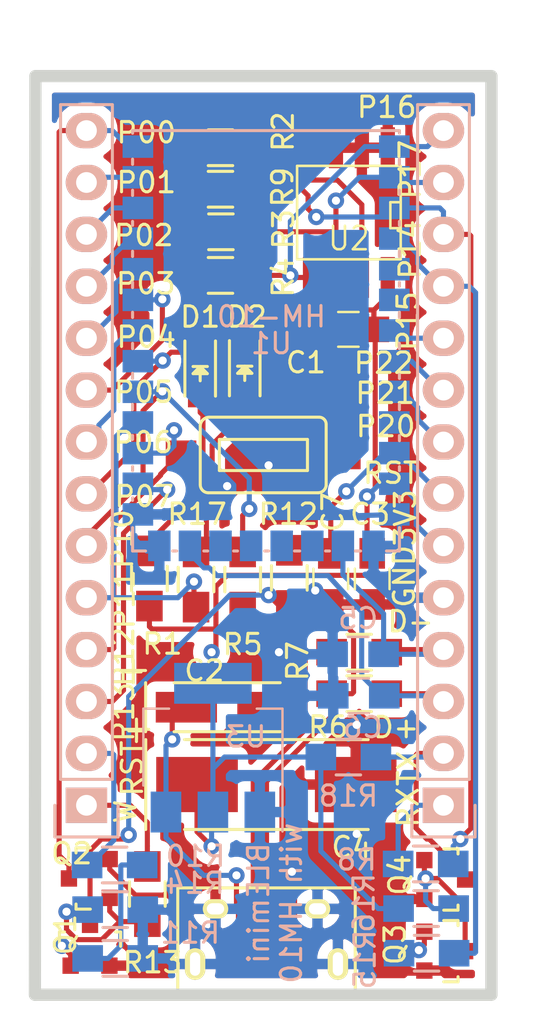
<source format=kicad_pcb>
(kicad_pcb (version 20200119) (host pcbnew "5.99.0-unknown-9c2a260~88~ubuntu18.04.1")
  (layers (0 "F.Cu" signal) (31 "B.Cu" signal) (34 "B.Paste" user hide) (35 "F.Paste" user hide) (36 "B.SilkS" user) (37 "F.SilkS" user) (38 "B.Mask" user hide) (39 "F.Mask" user hide) (44 "Edge.Cuts" user))
  (net 0 "")
  (net 1 "/3V3")
  (net 2 "/GND")
  (net 3 "/Vin")
  (net 4 "/D-")
  (net 5 "/D+")
  (net 6 "/RST")
  (net 7 "/P0_7")
  (net 8 "Net-(D1-Pad2)")
  (net 9 "Net-(D2-Pad2)")
  (net 10 "Net-(J1-Pad3)")
  (net 11 "Net-(J1-Pad2)")
  (net 12 "/P1_6")
  (net 13 "/P1_7")
  (net 14 "/P1_4")
  (net 15 "/P1_5")
  (net 16 "/P2_2")
  (net 17 "/P2_1")
  (net 18 "/P2_0")
  (net 19 "/P0_0")
  (net 20 "/P0_1")
  (net 21 "/P0_2")
  (net 22 "/P0_3")
  (net 23 "/P0_4")
  (net 24 "/P0_5")
  (net 25 "/P0_6")
  (net 26 "/P1_0")
  (net 27 "/P1_1")
  (net 28 "/P1_2")
  (net 29 "/P1_3")
  (net 30 "Net-(Q1-Pad3)")
  (net 31 "Net-(Q1-Pad1)")
  (net 32 "Net-(Q2-Pad1)")
  (net 33 "Net-(Q3-Pad3)")
  (net 34 "Net-(Q3-Pad1)")
  (net 35 "/TX")
  (net 36 "Net-(R2-Pad2)")
  (net 37 "/RX")
  (net 38 "/REST")
  (net 39 "/WAKEUP")
  (module "Connect.pretty:USB_Micro-B" (layer "F.Cu") (at 197.2564 80.1624)
    (fp_text reference "J1" hide)
    (fp_text value "USB_B_Micro" hide)
    (pad "6" thru_hole oval (at 3.4991 1.13746 90) (size 1.55 1) (drill oval 1.15 0.5) (layers *.Cu *.Mask "F.SilkS") (net 2 "/GND"))
    (pad "6" thru_hole oval (at -3.5009 1.13746 90) (size 1.55 1) (drill oval 1.15 0.5) (layers *.Cu *.Mask "F.SilkS") (net 2 "/GND"))
    (pad "6" thru_hole oval (at 2.4991 -1.56254 90) (size 0.95 1.25) (drill oval 0.55 0.85) (layers *.Cu *.Mask "F.SilkS") (net 2 "/GND"))
    (pad "6" thru_hole oval (at -2.5009 -1.56254 90) (size 0.95 1.25) (drill oval 0.55 0.85) (layers *.Cu *.Mask "F.SilkS") (net 2 "/GND"))
    (pad "5" smd rect (at 1.2991 -1.56254 90) (size 1.35 0.4) (layers "F.Cu" "F.Paste" "F.Mask") (net 2 "/GND"))
    (pad "4" smd rect (at 0.6491 -1.56254 90) (size 1.35 0.4) (layers "F.Cu" "F.Paste" "F.Mask"))
    (pad "3" smd rect (at -0.0009 -1.56254 90) (size 1.35 0.4) (layers "F.Cu" "F.Paste" "F.Mask") (net 10 "Net-(J1-Pad3)"))
    (pad "2" smd rect (at -0.6509 -1.56254 90) (size 1.35 0.4) (layers "F.Cu" "F.Paste" "F.Mask") (net 11 "Net-(J1-Pad2)"))
    (pad "1" smd rect (at -1.3009 -1.56254 90) (size 1.35 0.4) (layers "F.Cu" "F.Paste" "F.Mask") (net 3 "/Vin"))
  )
  (module "Resistors_SMD.pretty:R_0805_HandSoldering" (layer "F.Cu") (at 194.9996 43.3832)
    (fp_text reference "R9" (at 3.0442 -0.1016 90) (layer "F.SilkS"))
    (fp_text value "2k2")
    (pad "2" smd rect (at 1.35 0) (size 1.5 1.3) (layers "F.Cu" "F.Paste" "F.Mask") (net 14 "/P1_4"))
    (pad "1" smd rect (at -1.35 0) (size 1.5 1.3) (layers "F.Cu" "F.Paste" "F.Mask") (net 2 "/GND"))
  )
  (module "Pin_Headers.pretty:Pin_Header_Straight_1x14" (layer "B.Cu") (at 188.4305 73.533)
    (fp_text reference "J3" hide)
    (fp_text value "Conn_01x14" hide)
    (pad "14" thru_hole oval (at 0 -33.02) (size 2.032 1.7272) (drill 1.016) (layers *.Cu *.Mask "B.SilkS") (net 19 "/P0_0"))
    (pad "13" thru_hole oval (at 0 -30.48) (size 2.032 1.7272) (drill 1.016) (layers *.Cu *.Mask "B.SilkS") (net 20 "/P0_1"))
    (pad "12" thru_hole oval (at 0 -27.94) (size 2.032 1.7272) (drill 1.016) (layers *.Cu *.Mask "B.SilkS") (net 21 "/P0_2"))
    (pad "11" thru_hole oval (at 0 -25.4) (size 2.032 1.7272) (drill 1.016) (layers *.Cu *.Mask "B.SilkS") (net 22 "/P0_3"))
    (pad "10" thru_hole oval (at 0 -22.86) (size 2.032 1.7272) (drill 1.016) (layers *.Cu *.Mask "B.SilkS") (net 23 "/P0_4"))
    (pad "9" thru_hole oval (at 0 -20.32) (size 2.032 1.7272) (drill 1.016) (layers *.Cu *.Mask "B.SilkS") (net 24 "/P0_5"))
    (pad "8" thru_hole oval (at 0 -17.78) (size 2.032 1.7272) (drill 1.016) (layers *.Cu *.Mask "B.SilkS") (net 25 "/P0_6"))
    (pad "7" thru_hole oval (at 0 -15.24) (size 2.032 1.7272) (drill 1.016) (layers *.Cu *.Mask "B.SilkS") (net 7 "/P0_7"))
    (pad "6" thru_hole oval (at 0 -12.7) (size 2.032 1.7272) (drill 1.016) (layers *.Cu *.Mask "B.SilkS") (net 26 "/P1_0"))
    (pad "5" thru_hole oval (at 0 -10.16) (size 2.032 1.7272) (drill 1.016) (layers *.Cu *.Mask "B.SilkS") (net 27 "/P1_1"))
    (pad "4" thru_hole oval (at 0 -7.62) (size 2.032 1.7272) (drill 1.016) (layers *.Cu *.Mask "B.SilkS") (net 28 "/P1_2"))
    (pad "3" thru_hole oval (at 0 -5.08) (size 2.032 1.7272) (drill 1.016) (layers *.Cu *.Mask "B.SilkS") (net 29 "/P1_3"))
    (pad "2" thru_hole oval (at 0 -2.54) (size 2.032 1.7272) (drill 1.016) (layers *.Cu *.Mask "B.SilkS") (net 38 "/REST"))
    (pad "1" thru_hole rect (at 0 0) (size 2.032 1.7272) (drill 1.016) (layers *.Cu *.Mask "B.SilkS") (net 39 "/WAKEUP"))
  )
  (module "Pin_Headers.pretty:Pin_Header_Straight_1x14" (layer "B.Cu") (at 205.9305 73.533)
    (fp_text reference "J2" hide)
    (fp_text value "Conn_01x14" hide)
    (pad "14" thru_hole oval (at 0 -33.02) (size 2.032 1.7272) (drill 1.016) (layers *.Cu *.Mask "B.SilkS") (net 12 "/P1_6"))
    (pad "13" thru_hole oval (at 0 -30.48) (size 2.032 1.7272) (drill 1.016) (layers *.Cu *.Mask "B.SilkS") (net 13 "/P1_7"))
    (pad "12" thru_hole oval (at 0 -27.94) (size 2.032 1.7272) (drill 1.016) (layers *.Cu *.Mask "B.SilkS") (net 14 "/P1_4"))
    (pad "11" thru_hole oval (at 0 -25.4) (size 2.032 1.7272) (drill 1.016) (layers *.Cu *.Mask "B.SilkS") (net 15 "/P1_5"))
    (pad "10" thru_hole oval (at 0 -22.86) (size 2.032 1.7272) (drill 1.016) (layers *.Cu *.Mask "B.SilkS") (net 16 "/P2_2"))
    (pad "9" thru_hole oval (at 0 -20.32) (size 2.032 1.7272) (drill 1.016) (layers *.Cu *.Mask "B.SilkS") (net 17 "/P2_1"))
    (pad "8" thru_hole oval (at 0 -17.78) (size 2.032 1.7272) (drill 1.016) (layers *.Cu *.Mask "B.SilkS") (net 18 "/P2_0"))
    (pad "7" thru_hole oval (at 0 -15.24) (size 2.032 1.7272) (drill 1.016) (layers *.Cu *.Mask "B.SilkS") (net 6 "/RST"))
    (pad "6" thru_hole oval (at 0 -12.7) (size 2.032 1.7272) (drill 1.016) (layers *.Cu *.Mask "B.SilkS") (net 1 "/3V3"))
    (pad "5" thru_hole oval (at 0 -10.16) (size 2.032 1.7272) (drill 1.016) (layers *.Cu *.Mask "B.SilkS") (net 2 "/GND"))
    (pad "4" thru_hole oval (at 0 -7.62) (size 2.032 1.7272) (drill 1.016) (layers *.Cu *.Mask "B.SilkS") (net 4 "/D-"))
    (pad "3" thru_hole oval (at 0 -5.08) (size 2.032 1.7272) (drill 1.016) (layers *.Cu *.Mask "B.SilkS") (net 5 "/D+"))
    (pad "2" thru_hole oval (at 0 -2.54) (size 2.032 1.7272) (drill 1.016) (layers *.Cu *.Mask "B.SilkS") (net 35 "/TX"))
    (pad "1" thru_hole rect (at 0 0) (size 2.032 1.7272) (drill 1.016) (layers *.Cu *.Mask "B.SilkS") (net 37 "/RX"))
  )
  (module "Resistors_SMD.pretty:R_0805_HandSoldering" (layer "B.Cu") (at 201.2696 71.1708 180)
    (fp_text reference "R18" (at 0 -1.905) (layer "B.SilkS") (effects (justify mirror)))
    (fp_text value "47k")
    (pad "2" smd rect (at 1.35 0 180) (size 1.5 1.3) (layers "B.Cu" "B.Paste" "B.Mask") (net 1 "/3V3"))
    (pad "1" smd rect (at -1.35 0 180) (size 1.5 1.3) (layers "B.Cu" "B.Paste" "B.Mask") (net 35 "/TX"))
  )
  (module "Resistors_SMD.pretty:R_0805_HandSoldering" (layer "F.Cu") (at 193.802 62.484 90)
    (fp_text reference "R17" (at 3.2004 0.0508 180) (layer "F.SilkS"))
    (fp_text value "10K")
    (pad "2" smd rect (at 1.35 0 90) (size 1.5 1.3) (layers "F.Cu" "F.Paste" "F.Mask") (net 9 "Net-(D2-Pad2)"))
    (pad "1" smd rect (at -1.35 0 90) (size 1.5 1.3) (layers "F.Cu" "F.Paste" "F.Mask") (net 27 "/P1_1"))
  )
  (module "Resistors_SMD.pretty:R_0805_HandSoldering" (layer "B.Cu") (at 205.0796 78.5876 180)
    (fp_text reference "R16" (at 3.048 0.2794 90) (layer "B.SilkS") (effects (justify mirror)))
    (fp_text value "47k")
    (pad "2" smd rect (at 1.35 0 180) (size 1.5 1.3) (layers "B.Cu" "B.Paste" "B.Mask") (net 1 "/3V3"))
    (pad "1" smd rect (at -1.35 0 180) (size 1.5 1.3) (layers "B.Cu" "B.Paste" "B.Mask") (net 33 "Net-(Q3-Pad3)"))
  )
  (module "Resistors_SMD.pretty:R_0805_HandSoldering" (layer "B.Cu") (at 205.1012 80.772 180)
    (fp_text reference "R15" (at 3.0188 -0.3048 270) (layer "B.SilkS") (effects (justify mirror)))
    (fp_text value "1k")
    (pad "2" smd rect (at 1.35 0 180) (size 1.5 1.3) (layers "B.Cu" "B.Paste" "B.Mask") (net 34 "Net-(Q3-Pad1)"))
    (pad "1" smd rect (at -1.35 0 180) (size 1.5 1.3) (layers "B.Cu" "B.Paste" "B.Mask") (net 15 "/P1_5"))
  )
  (module "Resistors_SMD.pretty:R_0805_HandSoldering" (layer "B.Cu") (at 189.8396 78.6384 180)
    (fp_text reference "R14" (at -3.9116 1.2954 180) (layer "B.SilkS") (effects (justify mirror)))
    (fp_text value "100k")
    (pad "2" smd rect (at 1.35 0 180) (size 1.5 1.3) (layers "B.Cu" "B.Paste" "B.Mask") (net 32 "Net-(Q2-Pad1)"))
    (pad "1" smd rect (at -1.35 0 180) (size 1.5 1.3) (layers "B.Cu" "B.Paste" "B.Mask") (net 2 "/GND"))
  )
  (module "Resistors_SMD.pretty:R_0805_HandSoldering" (layer "F.Cu") (at 191.4144 77.8764 -90)
    (fp_text reference "R13" (at 3.3528 -0.254) (layer "F.SilkS"))
    (fp_text value "10k")
    (pad "2" smd rect (at 1.35 0 270) (size 1.5 1.3) (layers "F.Cu" "F.Paste" "F.Mask") (net 32 "Net-(Q2-Pad1)"))
    (pad "1" smd rect (at -1.35 0 270) (size 1.5 1.3) (layers "F.Cu" "F.Paste" "F.Mask") (net 39 "/WAKEUP"))
  )
  (module "Resistors_SMD.pretty:R_0805_HandSoldering" (layer "F.Cu") (at 198.374 62.404 90)
    (fp_text reference "R12" (at 3.1204 -0.0508 180) (layer "F.SilkS"))
    (fp_text value "2k2")
    (pad "2" smd rect (at 1.35 0 90) (size 1.5 1.3) (layers "F.Cu" "F.Paste" "F.Mask") (net 6 "/RST"))
    (pad "1" smd rect (at -1.35 0 90) (size 1.5 1.3) (layers "F.Cu" "F.Paste" "F.Mask") (net 30 "Net-(Q1-Pad3)"))
  )
  (module "Resistors_SMD.pretty:R_0805_HandSoldering" (layer "B.Cu") (at 189.8396 81.026 180)
    (fp_text reference "R11" (at -3.683 1.2446) (layer "B.SilkS") (effects (justify mirror)))
    (fp_text value "100k")
    (pad "2" smd rect (at 1.35 0 180) (size 1.5 1.3) (layers "B.Cu" "B.Paste" "B.Mask") (net 31 "Net-(Q1-Pad1)"))
    (pad "1" smd rect (at -1.35 0 180) (size 1.5 1.3) (layers "B.Cu" "B.Paste" "B.Mask") (net 2 "/GND"))
  )
  (module "Resistors_SMD.pretty:R_0805_HandSoldering" (layer "B.Cu") (at 189.8104 76.454)
    (fp_text reference "R10" (at 3.9662 -0.4318) (layer "B.SilkS") (effects (justify mirror)))
    (fp_text value "10k")
    (pad "2" smd rect (at 1.35 0) (size 1.5 1.3) (layers "B.Cu" "B.Paste" "B.Mask") (net 31 "Net-(Q1-Pad1)"))
    (pad "1" smd rect (at -1.35 0) (size 1.5 1.3) (layers "B.Cu" "B.Paste" "B.Mask") (net 38 "/REST"))
  )
  (module "Resistors_SMD.pretty:R_0805_HandSoldering" (layer "B.Cu") (at 205.058 76.4032)
    (fp_text reference "R8" (at -3.382 -0.2032) (layer "B.SilkS") (effects (justify mirror)))
    (fp_text value "1k")
    (pad "2" smd rect (at 1.35 0) (size 1.5 1.3) (layers "B.Cu" "B.Paste" "B.Mask") (net 14 "/P1_4"))
    (pad "1" smd rect (at -1.35 0) (size 1.5 1.3) (layers "B.Cu" "B.Paste" "B.Mask") (net 37 "/RX"))
  )
  (module "Resistors_SMD.pretty:R_0805_HandSoldering" (layer "F.Cu") (at 201.7992 66.04 180)
    (fp_text reference "R7" (at 3.0188 -0.4318 90) (layer "F.SilkS"))
    (fp_text value "22")
    (pad "2" smd rect (at 1.35 0 180) (size 1.5 1.3) (layers "F.Cu" "F.Paste" "F.Mask") (net 11 "Net-(J1-Pad2)"))
    (pad "1" smd rect (at -1.35 0 180) (size 1.5 1.3) (layers "F.Cu" "F.Paste" "F.Mask") (net 4 "/D-"))
  )
  (module "Resistors_SMD.pretty:R_0805_HandSoldering" (layer "F.Cu") (at 201.7992 68.072)
    (fp_text reference "R6" (at -1.5202 1.6256) (layer "F.SilkS"))
    (fp_text value "22")
    (pad "2" smd rect (at 1.35 0) (size 1.5 1.3) (layers "F.Cu" "F.Paste" "F.Mask") (net 5 "/D+"))
    (pad "1" smd rect (at -1.35 0) (size 1.5 1.3) (layers "F.Cu" "F.Paste" "F.Mask") (net 10 "Net-(J1-Pad3)"))
  )
  (module "Resistors_SMD.pretty:R_0805_HandSoldering" (layer "F.Cu") (at 196.088 62.484 -90)
    (fp_text reference "R5" (at 3.1788 0 180) (layer "F.SilkS"))
    (fp_text value "1k5")
    (pad "2" smd rect (at 1.35 0 270) (size 1.5 1.3) (layers "F.Cu" "F.Paste" "F.Mask") (net 10 "Net-(J1-Pad3)"))
    (pad "1" smd rect (at -1.35 0 270) (size 1.5 1.3) (layers "F.Cu" "F.Paste" "F.Mask") (net 26 "/P1_0"))
  )
  (module "Resistors_SMD.pretty:R_0805_HandSoldering" (layer "F.Cu") (at 194.9996 47.5996)
    (fp_text reference "R4" (at 3.0696 0.1016 90) (layer "F.SilkS"))
    (fp_text value "10K")
    (pad "2" smd rect (at 1.35 0) (size 1.5 1.3) (layers "F.Cu" "F.Paste" "F.Mask") (net 12 "/P1_6"))
    (pad "1" smd rect (at -1.35 0) (size 1.5 1.3) (layers "F.Cu" "F.Paste" "F.Mask") (net 1 "/3V3"))
  )
  (module "Resistors_SMD.pretty:R_0805_HandSoldering" (layer "F.Cu") (at 195.0212 45.466)
    (fp_text reference "R3" (at 3.0734 -0.127 90) (layer "F.SilkS"))
    (fp_text value "10K")
    (pad "2" smd rect (at 1.35 0) (size 1.5 1.3) (layers "F.Cu" "F.Paste" "F.Mask") (net 13 "/P1_7"))
    (pad "1" smd rect (at -1.35 0) (size 1.5 1.3) (layers "F.Cu" "F.Paste" "F.Mask") (net 1 "/3V3"))
  )
  (module "Resistors_SMD.pretty:R_0805_HandSoldering" (layer "F.Cu") (at 194.9996 41.3512)
    (fp_text reference "R2" (at 3.0696 -0.7874 90) (layer "F.SilkS"))
    (fp_text value "10K")
    (pad "2" smd rect (at 1.35 0) (size 1.5 1.3) (layers "F.Cu" "F.Paste" "F.Mask") (net 36 "Net-(R2-Pad2)"))
    (pad "1" smd rect (at -1.35 0) (size 1.5 1.3) (layers "F.Cu" "F.Paste" "F.Mask") (net 2 "/GND"))
  )
  (module "Resistors_SMD.pretty:R_0805_HandSoldering" (layer "F.Cu") (at 191.516 62.4332 90)
    (fp_text reference "R1" (at -3.2004 0.635 180) (layer "F.SilkS"))
    (fp_text value "10K")
    (pad "2" smd rect (at 1.35 0 90) (size 1.5 1.3) (layers "F.Cu" "F.Paste" "F.Mask") (net 8 "Net-(D1-Pad2)"))
    (pad "1" smd rect (at -1.35 0 90) (size 1.5 1.3) (layers "F.Cu" "F.Paste" "F.Mask") (net 1 "/3V3"))
  )
  (module "bluetooth:HM-10" (layer "B.Cu") (at 203.7715 61.087 180)
    (fp_text reference "U1" (at 6.2738 10.1553) (layer "B.SilkS") (effects (justify mirror)))
    (fp_text value "HM-10" (at 6.2738 11.4681) (layer "B.SilkS") (effects (justify mirror)))
    (pad "34" smd rect (at 13.07 19.79) (size 1.5 1.1) (drill (offset 0.25 0)) (layers "B.Cu" "B.Paste" "B.Mask") (net 19 "/P0_0"))
    (pad "33" smd rect (at 13.07 18.29) (size 1.5 1.1) (drill (offset 0.25 0)) (layers "B.Cu" "B.Paste" "B.Mask") (net 20 "/P0_1"))
    (pad "32" smd rect (at 13.07 16.79) (size 1.5 1.1) (drill (offset 0.25 0)) (layers "B.Cu" "B.Paste" "B.Mask") (net 21 "/P0_2"))
    (pad "31" smd rect (at 13.07 15.29) (size 1.5 1.1) (drill (offset 0.25 0)) (layers "B.Cu" "B.Paste" "B.Mask") (net 22 "/P0_3"))
    (pad "30" smd rect (at 13.07 13.79) (size 1.5 1.1) (drill (offset 0.25 0)) (layers "B.Cu" "B.Paste" "B.Mask") (net 23 "/P0_4"))
    (pad "29" smd rect (at 13.07 12.29) (size 1.5 1.1) (drill (offset 0.25 0)) (layers "B.Cu" "B.Paste" "B.Mask") (net 24 "/P0_5"))
    (pad "28" smd rect (at 13.07 10.79) (size 1.5 1.1) (drill (offset 0.25 0)) (layers "B.Cu" "B.Paste" "B.Mask") (net 25 "/P0_6"))
    (pad "27" smd rect (at 13.07 9.29) (size 1.5 1.1) (drill (offset 0.25 0)) (layers "B.Cu" "B.Paste" "B.Mask") (net 7 "/P0_7"))
    (pad "26" smd rect (at 13.07 7.79) (size 1.5 1.1) (drill (offset 0.25 0)) (layers "B.Cu" "B.Paste" "B.Mask") (net 26 "/P1_0"))
    (pad "25" smd rect (at 13.07 6.29) (size 1.5 1.1) (drill (offset 0.25 0)) (layers "B.Cu" "B.Paste" "B.Mask") (net 27 "/P1_1"))
    (pad "24" smd rect (at 13.07 4.79) (size 1.5 1.1) (drill (offset 0.25 0)) (layers "B.Cu" "B.Paste" "B.Mask") (net 28 "/P1_2"))
    (pad "23" smd rect (at 13.07 3.29) (size 1.5 1.1) (drill (offset 0.25 0)) (layers "B.Cu" "B.Paste" "B.Mask") (net 29 "/P1_3"))
    (pad "22" smd rect (at 13.07 1.79) (size 1.5 1.1) (drill (offset 0.25 0)) (layers "B.Cu" "B.Paste" "B.Mask") (net 2 "/GND"))
    (pad "21" smd rect (at 11.77 0 90) (size 1.5 1.1) (drill (offset 0.25 0)) (layers "B.Cu" "B.Paste" "B.Mask") (net 2 "/GND"))
    (pad "20" smd rect (at 10.27 0 90) (size 1.5 1.1) (drill (offset 0.25 0)) (layers "B.Cu" "B.Paste" "B.Mask") (net 5 "/D+"))
    (pad "19" smd rect (at 8.77 0 90) (size 1.5 1.1) (drill (offset 0.25 0)) (layers "B.Cu" "B.Paste" "B.Mask"))
    (pad "18" smd rect (at 7.27 0 90) (size 1.5 1.1) (drill (offset 0.25 0)) (layers "B.Cu" "B.Paste" "B.Mask"))
    (pad "17" smd rect (at 5.77 0 90) (size 1.5 1.1) (drill (offset 0.25 0)) (layers "B.Cu" "B.Paste" "B.Mask"))
    (pad "16" smd rect (at 4.27 0 90) (size 1.5 1.1) (drill (offset 0.25 0)) (layers "B.Cu" "B.Paste" "B.Mask"))
    (pad "15" smd rect (at 2.77 0 90) (size 1.5 1.1) (drill (offset 0.25 0)) (layers "B.Cu" "B.Paste" "B.Mask") (net 4 "/D-"))
    (pad "14" smd rect (at 1.27 0 90) (size 1.5 1.1) (drill (offset 0.25 0)) (layers "B.Cu" "B.Paste" "B.Mask") (net 2 "/GND"))
    (pad "13" smd rect (at 0 1.79 180) (size 1.5 1.1) (drill (offset 0.25 0)) (layers "B.Cu" "B.Paste" "B.Mask") (net 2 "/GND"))
    (pad "12" smd rect (at 0 3.29 180) (size 1.5 1.1) (drill (offset 0.25 0)) (layers "B.Cu" "B.Paste" "B.Mask") (net 1 "/3V3"))
    (pad "11" smd rect (at 0 4.79 180) (size 1.5 1.1) (drill (offset 0.25 0)) (layers "B.Cu" "B.Paste" "B.Mask") (net 6 "/RST"))
    (pad "10" smd rect (at 0 6.29 180) (size 1.5 1.1) (drill (offset 0.25 0)) (layers "B.Cu" "B.Paste" "B.Mask"))
    (pad "9" smd rect (at 0 7.79 180) (size 1.5 1.1) (drill (offset 0.25 0)) (layers "B.Cu" "B.Paste" "B.Mask") (net 18 "/P2_0"))
    (pad "8" smd rect (at 0 9.29 180) (size 1.5 1.1) (drill (offset 0.25 0)) (layers "B.Cu" "B.Paste" "B.Mask") (net 17 "/P2_1"))
    (pad "7" smd rect (at 0 10.79 180) (size 1.5 1.1) (drill (offset 0.25 0)) (layers "B.Cu" "B.Paste" "B.Mask") (net 16 "/P2_2"))
    (pad "6" smd rect (at 0 12.29 180) (size 1.5 1.1) (drill (offset 0.25 0)) (layers "B.Cu" "B.Paste" "B.Mask"))
    (pad "5" smd rect (at 0 13.79 180) (size 1.5 1.1) (drill (offset 0.25 0)) (layers "B.Cu" "B.Paste" "B.Mask"))
    (pad "4" smd rect (at 0 15.29 180) (size 1.5 1.1) (drill (offset 0.25 0)) (layers "B.Cu" "B.Paste" "B.Mask") (net 15 "/P1_5"))
    (pad "3" smd rect (at 0 16.79 180) (size 1.5 1.1) (drill (offset 0.25 0)) (layers "B.Cu" "B.Paste" "B.Mask") (net 14 "/P1_4"))
    (pad "2" smd rect (at 0 18.29 180) (size 1.5 1.1) (drill (offset 0.25 0)) (layers "B.Cu" "B.Paste" "B.Mask") (net 13 "/P1_7"))
    (pad "1" smd rect (at 0 19.79 180) (size 1.5 1.1) (drill (offset 0.25 0)) (layers "B.Cu" "B.Paste" "B.Mask") (net 12 "/P1_6"))
  )
  (module "modules:3x6x2.5mm_tact_switch" (layer "F.Cu") (at 196.469 56.388)
    (fp_text reference "SW1" hide)
    (fp_text value "SPST" hide)
    (pad "1" smd rect (at -3.4036 -0.0084) (size 1.5 1.4) (layers "F.Cu" "F.Paste" "F.Mask") (net 28 "/P1_2"))
    (pad "2" smd rect (at 4.65 0) (size 1.5 1.4) (layers "F.Cu" "F.Paste" "F.Mask") (net 2 "/GND"))
  )
  (module "TO_SOT_Packages_SMD.pretty:SOT-23" (layer "F.Cu") (at 205.994 77.1652 -90)
    (fp_text reference "Q4" (at -0.2286 2.2098 -90) (layer "F.SilkS"))
    (fp_text value "BSS138")
    (pad "3" smd rect (at 0 -0.99822 270) (size 0.8001 0.8001) (layers "F.Cu" "F.Paste" "F.Mask") (net 35 "/TX"))
    (pad "2" smd rect (at 0.95 1.00076 270) (size 0.8001 0.8001) (layers "F.Cu" "F.Paste" "F.Mask") (net 2 "/GND"))
    (pad "1" smd rect (at -0.95 1.00076 270) (size 0.8001 0.8001) (layers "F.Cu" "F.Paste" "F.Mask") (net 33 "Net-(Q3-Pad3)"))
  )
  (module "TO_SOT_Packages_SMD.pretty:SOT-23" (layer "F.Cu") (at 205.994 80.6704 -90)
    (fp_text reference "Q3" (at -0.3302 2.4384 90) (layer "F.SilkS"))
    (fp_text value "BSS138")
    (pad "3" smd rect (at 0 -0.99822 270) (size 0.8001 0.8001) (layers "F.Cu" "F.Paste" "F.Mask") (net 33 "Net-(Q3-Pad3)"))
    (pad "2" smd rect (at 0.95 1.00076 270) (size 0.8001 0.8001) (layers "F.Cu" "F.Paste" "F.Mask") (net 2 "/GND"))
    (pad "1" smd rect (at -0.95 1.00076 270) (size 0.8001 0.8001) (layers "F.Cu" "F.Paste" "F.Mask") (net 34 "Net-(Q3-Pad1)"))
  )
  (module "TO_SOT_Packages_SMD.pretty:SOT-23" (layer "F.Cu") (at 188.5696 77.1144 90)
    (fp_text reference "Q2" (at 1.2192 -0.8636) (layer "F.SilkS"))
    (fp_text value "BSS138")
    (pad "3" smd rect (at 0 -0.99822 90) (size 0.8001 0.8001) (layers "F.Cu" "F.Paste" "F.Mask") (net 19 "/P0_0"))
    (pad "2" smd rect (at 0.95 1.00076 90) (size 0.8001 0.8001) (layers "F.Cu" "F.Paste" "F.Mask") (net 2 "/GND"))
    (pad "1" smd rect (at -0.95 1.00076 90) (size 0.8001 0.8001) (layers "F.Cu" "F.Paste" "F.Mask") (net 32 "Net-(Q2-Pad1)"))
  )
  (module "TO_SOT_Packages_SMD.pretty:SOT-23" (layer "F.Cu") (at 188.6052 80.38084)
    (fp_text reference "Q1" (at -1.204 -0.52324 270) (layer "F.SilkS"))
    (fp_text value "BSS138")
    (pad "3" smd rect (at 0 -0.99822) (size 0.8001 0.8001) (layers "F.Cu" "F.Paste" "F.Mask") (net 30 "Net-(Q1-Pad3)"))
    (pad "2" smd rect (at 0.95 1.00076) (size 0.8001 0.8001) (layers "F.Cu" "F.Paste" "F.Mask") (net 2 "/GND"))
    (pad "1" smd rect (at -0.95 1.00076) (size 0.8001 0.8001) (layers "F.Cu" "F.Paste" "F.Mask") (net 31 "Net-(Q1-Pad1)"))
  )
  (module "LEDs.pretty:LED-0805" (layer "F.Cu") (at 196.1896 52.39258 -90)
    (fp_text reference "D2" (at -2.76098 -0.1016 180) (layer "F.SilkS"))
    (fp_text value "LED")
    (pad "1" smd rect (at -1.04902 0 90) (size 1.19888 1.19888) (layers "F.Cu" "F.Paste" "F.Mask") (net 2 "/GND"))
    (pad "2" smd rect (at 1.04902 0 90) (size 1.19888 1.19888) (layers "F.Cu" "F.Paste" "F.Mask") (net 9 "Net-(D2-Pad2)"))
  )
  (module "Capacitors_SMD:C_0805_HandSoldering" (layer "F.Cu") (at 200.406 62.4532 -90)
    (fp_text reference "C7" (at -3.2712 -0.1016 -90) (layer "F.SilkS"))
    (fp_text value "1n")
    (pad "1" smd rect (at -1.25 0 270) (size 1.5 1.25) (layers "F.Cu" "F.Paste" "F.Mask") (net 6 "/RST"))
    (pad "2" smd rect (at 1.25 0 270) (size 1.5 1.25) (layers "F.Cu" "F.Paste" "F.Mask") (net 2 "/GND"))
  )
  (module "Capacitors_SMD:C_0805_HandSoldering" (layer "B.Cu") (at 201.7776 68.1736 180)
    (fp_text reference "C6" (at -0.2032 -1.5494) (layer "B.SilkS") (effects (justify mirror)))
    (fp_text value "47p")
    (pad "1" smd rect (at -1.25 0 180) (size 1.5 1.25) (layers "B.Cu" "B.Paste" "B.Mask") (net 5 "/D+"))
    (pad "2" smd rect (at 1.25 0 180) (size 1.5 1.25) (layers "B.Cu" "B.Paste" "B.Mask") (net 2 "/GND"))
  )
  (module "Capacitors_SMD:C_0805_HandSoldering" (layer "B.Cu") (at 201.7468 66.1416 180)
    (fp_text reference "C5" (at 0 1.75) (layer "B.SilkS") (effects (justify mirror)))
    (fp_text value "47p")
    (pad "1" smd rect (at -1.25 0 180) (size 1.5 1.25) (layers "B.Cu" "B.Paste" "B.Mask") (net 4 "/D-"))
    (pad "2" smd rect (at 1.25 0 180) (size 1.5 1.25) (layers "B.Cu" "B.Paste" "B.Mask") (net 2 "/GND"))
  )
  (module "TO_SOT_Packages_SMD:SOT-223-3_TabPin2" (layer "B.Cu") (at 194.6288 70.7132 90)
    (fp_text reference "U3" (at 0.533 1.6116 180) (layer "B.SilkS") (effects (justify mirror)))
    (fp_text value "AP1117-33")
    (pad "2" smd rect (at 3.15 0 90) (size 2 3.8) (layers "B.Cu" "B.Paste" "B.Mask") (net 1 "/3V3"))
    (pad "2" smd rect (at -3.15 0 90) (size 2 1.5) (layers "B.Cu" "B.Paste" "B.Mask") (net 1 "/3V3"))
    (pad "3" smd rect (at -3.15 -2.3 90) (size 2 1.5) (layers "B.Cu" "B.Paste" "B.Mask") (net 3 "/Vin"))
    (pad "1" smd rect (at -3.15 2.3 90) (size 2 1.5) (layers "B.Cu" "B.Paste" "B.Mask") (net 2 "/GND"))
  )
  (module "modules:SOIC-8-N_wide_pads" (layer "F.Cu") (at 201.295 44.5262 180)
    (fp_text reference "U2" (at 0 -1.27) (layer "F.SilkS") (effects (font (size 1.143 1.016) (thickness 0.127))))
    (fp_text value "AT24CS01-SSHM" hide)
    (pad "1" smd rect (at -1.905 3.175 180) (size 0.7 2) (layers "F.Cu" "F.Paste" "F.Mask") (net 2 "/GND"))
    (pad "2" smd rect (at -0.635 3.175 180) (size 0.7 2) (layers "F.Cu" "F.Paste" "F.Mask") (net 2 "/GND"))
    (pad "3" smd rect (at 0.635 3.175 180) (size 0.7 2) (layers "F.Cu" "F.Paste" "F.Mask") (net 2 "/GND"))
    (pad "4" smd rect (at 1.905 3.175 180) (size 0.7 2) (layers "F.Cu" "F.Paste" "F.Mask") (net 2 "/GND"))
    (pad "5" smd rect (at 1.905 -3.175 180) (size 0.7 2) (layers "F.Cu" "F.Paste" "F.Mask") (net 12 "/P1_6"))
    (pad "6" smd rect (at 0.635 -3.175 180) (size 0.7 2) (layers "F.Cu" "F.Paste" "F.Mask") (net 13 "/P1_7"))
    (pad "7" smd rect (at -0.635 -3.175 180) (size 0.7 2) (layers "F.Cu" "F.Paste" "F.Mask") (net 36 "Net-(R2-Pad2)"))
    (pad "8" smd rect (at -1.905 -3.175 180) (size 0.7 2) (layers "F.Cu" "F.Paste" "F.Mask") (net 1 "/3V3"))
  )
  (module "LEDs.pretty:LED-0805" (layer "F.Cu") (at 194.0052 52.40782 -90)
    (fp_text reference "D1" (at -2.77622 0 180) (layer "F.SilkS"))
    (fp_text value "LED")
    (pad "1" smd rect (at -1.04902 0 90) (size 1.19888 1.19888) (layers "F.Cu" "F.Paste" "F.Mask") (net 7 "/P0_7"))
    (pad "2" smd rect (at 1.04902 0 90) (size 1.19888 1.19888) (layers "F.Cu" "F.Paste" "F.Mask") (net 8 "Net-(D1-Pad2)"))
  )
  (module "Capacitors_Tantalum_SMD.pretty:TantalC_SizeD_EIA-7343_HandSoldering" (layer "F.Cu") (at 197.739 72.517)
    (fp_text reference "C4" (at 3.683 3.0734) (layer "F.SilkS"))
    (fp_text value "10u/16v")
    (fp_text user "+" (at -6.85546 -2.70002) (layer "F.SilkS"))
    (pad "1" smd rect (at -3.88874 0) (size 4.0005 2.70002) (layers "F.Cu" "F.Paste" "F.Mask") (net 1 "/3V3"))
    (pad "2" smd rect (at 3.88874 0) (size 4.0005 2.70002) (layers "F.Cu" "F.Paste" "F.Mask") (net 2 "/GND"))
  )
  (module "Capacitors_SMD:C_0805_HandSoldering" (layer "F.Cu") (at 202.438 62.4532 -90)
    (fp_text reference "C3" (at -3.1696 0.1016 180) (layer "F.SilkS"))
    (fp_text value "100n")
    (pad "1" smd rect (at -1.25 0 270) (size 1.5 1.25) (layers "F.Cu" "F.Paste" "F.Mask") (net 1 "/3V3"))
    (pad "2" smd rect (at 1.25 0 270) (size 1.5 1.25) (layers "F.Cu" "F.Paste" "F.Mask") (net 2 "/GND"))
  )
  (module "Capacitors_Tantalum_SMD.pretty:TantalC_SizeA_EIA-3216_HandSoldering" (layer "F.Cu") (at 195.326 68.7324)
    (fp_text reference "C2" (at -1.1176 -1.778) (layer "F.SilkS"))
    (fp_text value "1u/16V")
    (fp_text user "+" (at -4.59994 -1.80086) (layer "F.SilkS"))
    (pad "1" smd rect (at -1.99898 0) (size 2.99974 1.50114) (layers "F.Cu" "F.Paste" "F.Mask") (net 3 "/Vin"))
    (pad "2" smd rect (at 1.99898 0) (size 2.99974 1.50114) (layers "F.Cu" "F.Paste" "F.Mask") (net 2 "/GND"))
  )
  (module "Capacitors_SMD:C_0805_HandSoldering" (layer "F.Cu") (at 201.2696 50.2412 180)
    (fp_text reference "C1" (at 2.0828 -1.6256) (layer "F.SilkS"))
    (fp_text value "100n")
    (pad "1" smd rect (at -1.25 0 180) (size 1.5 1.25) (layers "F.Cu" "F.Paste" "F.Mask") (net 1 "/3V3"))
    (pad "2" smd rect (at 1.25 0 180) (size 1.5 1.25) (layers "F.Cu" "F.Paste" "F.Mask") (net 2 "/GND"))
  )
  (gr_text "BLEmini\nwith HM10" (at 197.66788 78.32344 90) (layer "B.SilkS") (effects (font (size 1 1)) (justify mirror)))
  (gr_text "P16" (at 203.1492 39.37) (layer "F.SilkS") (effects (font (size 1 1))))
  (gr_text "P17" (at 204.2922 42.418 90) (layer "F.SilkS") (effects (font (size 1 1))))
  (gr_text "P14" (at 204.2922 46.3296 90) (layer "F.SilkS") (effects (font (size 1 1))))
  (gr_text "P15" (at 204.1906 49.8348 90) (layer "F.SilkS") (effects (font (size 1 1))))
  (gr_text "P22" (at 202.9968 51.8922) (layer "F.SilkS") (effects (font (size 1 1))))
  (gr_text "P21" (at 203.073 53.3654) (layer "F.SilkS") (effects (font (size 1 1))))
  (gr_text "P20" (at 203.0984 54.991) (layer "F.SilkS") (effects (font (size 1 1))))
  (gr_text "RST" (at 203.3524 57.277) (layer "F.SilkS") (effects (font (size 1 1))))
  (gr_text "3V3" (at 204.0636 59.4614 90) (layer "F.SilkS") (effects (font (size 1 1))))
  (gr_text "GND" (at 204.0128 62.3316 90) (layer "F.SilkS") (effects (font (size 1 1))))
  (gr_text "D-" (at 204.3176 64.5414) (layer "F.SilkS") (effects (font (size 1 1))))
  (gr_text "D+" (at 203.6064 69.723) (layer "F.SilkS") (effects (font (size 1 1))))
  (gr_text "TX" (at 204.216 71.7296 90) (layer "F.SilkS") (effects (font (size 1 1))))
  (gr_text "RX" (at 204.1906 73.6346 90) (layer "F.SilkS") (effects (font (size 1 1))))
  (gr_text "W" (at 190.3476 73.8378 90) (layer "F.SilkS") (effects (font (size 1 1))))
  (gr_text "RST" (at 190.6778 71.7296 90) (layer "F.SilkS") (effects (font (size 1 1))))
  (gr_text "P13" (at 190.246 68.961 90) (layer "F.SilkS") (effects (font (size 1 1))))
  (gr_text "P12" (at 190.246 66.2686 90) (layer "F.SilkS") (effects (font (size 1 1))))
  (gr_text "P11" (at 190.2714 63.4492 90) (layer "F.SilkS") (effects (font (size 1 1))))
  (gr_text "P10" (at 190.1952 60.5028 90) (layer "F.SilkS") (effects (font (size 1 1))))
  (gr_text "P07" (at 191.262 58.42) (layer "F.SilkS") (effects (font (size 1 1))))
  (gr_text "P06" (at 191.2112 55.7784) (layer "F.SilkS") (effects (font (size 1 1))))
  (gr_text "P05" (at 191.2366 53.3146) (layer "F.SilkS") (effects (font (size 1 1))))
  (gr_text "P04" (at 191.3636 50.6222) (layer "F.SilkS") (effects (font (size 1 1))))
  (gr_text "P03" (at 191.3382 48.006) (layer "F.SilkS") (effects (font (size 1 1))))
  (gr_text "P02" (at 191.2366 45.6438) (layer "F.SilkS") (effects (font (size 1 1))))
  (gr_text "P01" (at 191.3636 43.053) (layer "F.SilkS") (effects (font (size 1 1))))
  (gr_text "P00" (at 191.3636 40.6146) (layer "F.SilkS") (effects (font (size 1 1))))
  (gr_line (start 185.9026 82.804) (end 208.28 82.804) (layer "Edge.Cuts") (width 0.6))
  (gr_line (start 185.928 37.846) (end 185.9026 82.804) (layer "Edge.Cuts") (width 0.6))
  (gr_line (start 208.28 37.846) (end 185.928 37.846) (layer "Edge.Cuts") (width 0.6))
  (gr_line (start 208.28 82.804) (end 208.28 37.846) (layer "Edge.Cuts") (width 0.6))
  (segment (start 190.5762 73.533) (end 191.4144 74.3712) (width 0.25) (layer "F.Cu") (net 39))
  (segment (start 191.4144 74.3712) (end 191.4144 75.5264) (width 0.25) (layer "F.Cu") (net 39))
  (segment (start 191.4144 75.5264) (end 191.4144 76.5264) (width 0.25) (layer "F.Cu") (net 39))
  (segment (start 188.4305 73.533) (end 190.5762 73.533) (width 0.25) (layer "F.Cu") (net 39))
  (segment (start 188.4604 76.454) (end 188.5604 76.454) (width 0.25) (layer "B.Cu") (net 38))
  (segment (start 188.5604 76.454) (end 189.771501 75.242899) (width 0.25) (layer "B.Cu") (net 38))
  (segment (start 189.6965 70.993) (end 188.4305 70.993) (width 0.25) (layer "B.Cu") (net 38))
  (segment (start 189.771501 75.242899) (end 189.771501 71.068001) (width 0.25) (layer "B.Cu") (net 38))
  (segment (start 189.771501 71.068001) (end 189.6965 70.993) (width 0.25) (layer "B.Cu") (net 38))
  (segment (start 205.9305 73.533) (end 204.6645 73.533) (width 0.25) (layer "B.Cu") (net 37))
  (segment (start 204.6645 73.533) (end 203.708 74.4895) (width 0.25) (layer "B.Cu") (net 37))
  (segment (start 203.708 75.5032) (end 203.708 76.4032) (width 0.25) (layer "B.Cu") (net 37))
  (segment (start 203.708 74.4895) (end 203.708 75.5032) (width 0.25) (layer "B.Cu") (net 37))
  (segment (start 205.4296 78.5876) (end 205.054797 78.212797) (width 0.25) (layer "B.Cu") (net 33))
  (segment (start 205.054797 78.212797) (end 205.054797 77.115136) (width 0.25) (layer "B.Cu") (net 33))
  (segment (start 204.99324 76.2152) (end 204.99324 77.053579) (width 0.25) (layer "F.Cu") (net 33))
  (segment (start 204.99324 77.053579) (end 205.054797 77.115136) (width 0.25) (layer "F.Cu") (net 33))
  (segment (start 205.620482 77.115136) (end 205.054797 77.115136) (width 0.25) (layer "F.Cu") (net 33))
  (segment (start 206.99222 80.6704) (end 206.99222 78.486874) (width 0.25) (layer "F.Cu") (net 33))
  (segment (start 206.4296 78.5876) (end 205.4296 78.5876) (width 0.25) (layer "B.Cu") (net 33))
  (segment (start 206.99222 78.486874) (end 205.620482 77.115136) (width 0.25) (layer "F.Cu") (net 33))
  (via (at 205.054797 77.115136) (size 0.8) (drill 0.4) (layers "F.Cu" "B.Cu") (net 33))
  (segment (start 187.222725 80.410553) (end 187.874153 80.410553) (width 0.25) (layer "B.Cu") (net 31))
  (segment (start 187.874153 80.410553) (end 188.4896 81.026) (width 0.25) (layer "B.Cu") (net 31))
  (segment (start 187.6552 80.843028) (end 187.222725 80.410553) (width 0.25) (layer "F.Cu") (net 31))
  (segment (start 187.6552 81.3816) (end 187.6552 80.843028) (width 0.25) (layer "F.Cu") (net 31))
  (via (at 187.222725 80.410553) (size 0.8) (drill 0.4) (layers "F.Cu" "B.Cu") (net 31))
  (segment (start 206.756 75.184) (end 207.27151 74.66849) (width 0.25) (layer "F.Cu") (net 14))
  (segment (start 207.27151 45.66801) (end 207.1965 45.593) (width 0.25) (layer "F.Cu") (net 14))
  (segment (start 207.1965 45.593) (end 205.9305 45.593) (width 0.25) (layer "F.Cu") (net 14))
  (segment (start 207.27151 74.66849) (end 207.27151 45.66801) (width 0.25) (layer "F.Cu") (net 14))
  (segment (start 206.408 75.532) (end 206.756 75.184) (width 0.25) (layer "B.Cu") (net 14))
  (segment (start 206.408 76.4032) (end 206.408 75.532) (width 0.25) (layer "B.Cu") (net 14))
  (via (at 206.756 75.184) (size 0.8) (drill 0.4) (layers "F.Cu" "B.Cu") (net 14))
  (segment (start 205.9305 75.9041) (end 206.4296 76.4032) (width 0.25) (layer "B.Cu") (net 14))
  (segment (start 196.3496 41.3512) (end 197.3496 41.3512) (width 0.25) (layer "F.Cu") (net 36))
  (segment (start 197.3496 41.3512) (end 198.93159 42.93319) (width 0.25) (layer "F.Cu") (net 36))
  (segment (start 201.93 46.4512) (end 201.93 47.7012) (width 0.25) (layer "F.Cu") (net 36))
  (segment (start 198.93159 42.93319) (end 200.724192 42.93319) (width 0.25) (layer "F.Cu") (net 36))
  (segment (start 200.724192 42.93319) (end 201.93 44.138998) (width 0.25) (layer "F.Cu") (net 36))
  (segment (start 201.93 44.138998) (end 201.93 46.4512) (width 0.25) (layer "F.Cu") (net 36))
  (segment (start 204.589499 71.068001) (end 204.6645 70.993) (width 0.25) (layer "F.Cu") (net 35))
  (segment (start 204.6645 70.993) (end 205.9305 70.993) (width 0.25) (layer "F.Cu") (net 35))
  (segment (start 205.116898 75.184) (end 204.589499 74.656601) (width 0.25) (layer "F.Cu") (net 35))
  (segment (start 205.232 75.184) (end 205.116898 75.184) (width 0.25) (layer "F.Cu") (net 35))
  (segment (start 206.99222 76.94422) (end 205.232 75.184) (width 0.25) (layer "F.Cu") (net 35))
  (segment (start 204.589499 74.656601) (end 204.589499 71.068001) (width 0.25) (layer "F.Cu") (net 35))
  (segment (start 206.99222 77.1652) (end 206.99222 76.94422) (width 0.25) (layer "F.Cu") (net 35))
  (segment (start 202.6196 71.1708) (end 205.7527 71.1708) (width 0.25) (layer "B.Cu") (net 35))
  (segment (start 205.7527 71.1708) (end 205.9305 70.993) (width 0.25) (layer "B.Cu") (net 35))
  (segment (start 204.724 80.620348) (end 203.902852 80.620348) (width 0.25) (layer "B.Cu") (net 34))
  (segment (start 203.902852 80.620348) (end 203.7512 80.772) (width 0.25) (layer "B.Cu") (net 34))
  (segment (start 204.99324 80.351108) (end 204.724 80.620348) (width 0.25) (layer "F.Cu") (net 34))
  (segment (start 204.99324 79.7204) (end 204.99324 80.351108) (width 0.25) (layer "F.Cu") (net 34))
  (via (at 204.724 80.620348) (size 0.8) (drill 0.4) (layers "F.Cu" "B.Cu") (net 34))
  (segment (start 189.183129 80.107671) (end 190.0644 79.2264) (width 0.25) (layer "F.Cu") (net 32))
  (segment (start 190.0644 79.2264) (end 191.4144 79.2264) (width 0.25) (layer "F.Cu") (net 32))
  (segment (start 187.452 79.614522) (end 187.945149 80.107671) (width 0.25) (layer "F.Cu") (net 32))
  (segment (start 187.452 78.74) (end 187.452 79.614522) (width 0.25) (layer "F.Cu") (net 32))
  (segment (start 187.945149 80.107671) (end 189.183129 80.107671) (width 0.25) (layer "F.Cu") (net 32))
  (via (at 187.452 78.74) (size 0.8) (drill 0.4) (layers "F.Cu" "B.Cu") (net 32))
  (segment (start 188.4896 78.6384) (end 187.4896 78.6384) (width 0.25) (layer "B.Cu") (net 32))
  (segment (start 187.4896 78.6384) (end 187.452 78.676) (width 0.25) (layer "B.Cu") (net 32))
  (segment (start 187.452 78.676) (end 187.452 78.74) (width 0.25) (layer "B.Cu") (net 32))
  (segment (start 189.57036 78.0644) (end 189.57036 78.71445) (width 0.25) (layer "F.Cu") (net 32))
  (segment (start 189.57036 78.71445) (end 190.08231 79.2264) (width 0.25) (layer "F.Cu") (net 32))
  (segment (start 190.08231 79.2264) (end 190.5144 79.2264) (width 0.25) (layer "F.Cu") (net 32))
  (segment (start 190.5144 79.2264) (end 191.4144 79.2264) (width 0.25) (layer "F.Cu") (net 32))
  (segment (start 190.1604 76.454) (end 191.1604 76.454) (width 0.25) (layer "B.Cu") (net 31))
  (segment (start 190.114599 76.499801) (end 190.1604 76.454) (width 0.25) (layer "B.Cu") (net 31))
  (segment (start 190.114599 80.401001) (end 190.114599 76.499801) (width 0.25) (layer "B.Cu") (net 31))
  (segment (start 189.4896 81.026) (end 190.114599 80.401001) (width 0.25) (layer "B.Cu") (net 31))
  (segment (start 188.4896 81.026) (end 189.4896 81.026) (width 0.25) (layer "B.Cu") (net 31))
  (via (at 197.358 63.246) (size 0.8) (drill 0.4) (layers "F.Cu" "B.Cu") (net 30))
  (segment (start 190.5 68.206998) (end 195.460998 63.246) (width 0.25) (layer "B.Cu") (net 30))
  (segment (start 190.5 74.9808) (end 190.5 68.206998) (width 0.25) (layer "B.Cu") (net 30))
  (segment (start 197.866 63.754) (end 197.358 63.246) (width 0.25) (layer "F.Cu") (net 30))
  (segment (start 196.792315 63.246) (end 197.358 63.246) (width 0.25) (layer "B.Cu") (net 30))
  (segment (start 195.460998 63.246) (end 196.792315 63.246) (width 0.25) (layer "B.Cu") (net 30))
  (segment (start 198.8312 63.754) (end 197.866 63.754) (width 0.25) (layer "F.Cu") (net 30))
  (segment (start 190.2968 75.184) (end 190.5 74.9808) (width 0.25) (layer "F.Cu") (net 30))
  (segment (start 189.165658 75.184) (end 190.2968 75.184) (width 0.25) (layer "F.Cu") (net 30))
  (via (at 190.5 74.9808) (size 0.8) (drill 0.4) (layers "F.Cu" "B.Cu") (net 30))
  (segment (start 188.6052 79.38262) (end 188.6052 75.744458) (width 0.25) (layer "F.Cu") (net 30))
  (segment (start 188.6052 75.744458) (end 189.165658 75.184) (width 0.25) (layer "F.Cu") (net 30))
  (segment (start 190.246 60.224306) (end 192.386403 58.083903) (width 0.25) (layer "F.Cu") (net 29))
  (segment (start 190.246 67.9035) (end 190.246 60.224306) (width 0.25) (layer "F.Cu") (net 29))
  (segment (start 188.4305 68.453) (end 189.6965 68.453) (width 0.25) (layer "F.Cu") (net 29))
  (segment (start 189.6965 68.453) (end 190.246 67.9035) (width 0.25) (layer "F.Cu") (net 29))
  (segment (start 192.386403 58.083903) (end 190.988403 58.083903) (width 0.25) (layer "B.Cu") (net 29))
  (segment (start 190.988403 58.083903) (end 190.7015 57.797) (width 0.25) (layer "B.Cu") (net 29))
  (via (at 192.386403 58.083903) (size 0.8) (drill 0.4) (layers "F.Cu" "B.Cu") (net 29))
  (segment (start 188.4305 65.913) (end 189.6965 65.913) (width 0.25) (layer "F.Cu") (net 28))
  (segment (start 189.77151 65.83799) (end 189.77151 59.67349) (width 0.25) (layer "F.Cu") (net 28))
  (segment (start 193.0154 56.3796) (end 193.0654 56.3796) (width 0.25) (layer "F.Cu") (net 28))
  (segment (start 189.77151 59.67349) (end 192.0654 57.3796) (width 0.25) (layer "F.Cu") (net 28))
  (segment (start 192.0654 57.3296) (end 193.0154 56.3796) (width 0.25) (layer "F.Cu") (net 28))
  (segment (start 192.0654 57.3796) (end 192.0654 57.3296) (width 0.25) (layer "F.Cu") (net 28))
  (segment (start 189.6965 65.913) (end 189.77151 65.83799) (width 0.25) (layer "F.Cu") (net 28))
  (segment (start 192.7225 55.1815) (end 192.7225 56.0367) (width 0.25) (layer "F.Cu") (net 28))
  (segment (start 192.7225 56.0367) (end 193.0654 56.3796) (width 0.25) (layer "F.Cu") (net 28))
  (segment (start 192.7225 55.9435) (end 192.7225 55.1815) (width 0.25) (layer "B.Cu") (net 28))
  (via (at 192.7225 55.1815) (size 0.8) (drill 0.4) (layers "F.Cu" "B.Cu") (net 28))
  (segment (start 192.369 56.297) (end 192.7225 55.9435) (width 0.25) (layer "B.Cu") (net 28))
  (segment (start 190.7015 56.297) (end 192.369 56.297) (width 0.25) (layer "B.Cu") (net 28))
  (segment (start 189.77151 60.340662) (end 189.738 60.307152) (width 0.25) (layer "B.Cu") (net 27))
  (segment (start 189.738 63.3315) (end 189.738 61.358848) (width 0.25) (layer "B.Cu") (net 27))
  (segment (start 190.566498 54.797) (end 190.7015 54.797) (width 0.25) (layer "B.Cu") (net 27))
  (segment (start 189.77151 61.325338) (end 189.77151 60.340662) (width 0.25) (layer "B.Cu") (net 27))
  (segment (start 188.4305 63.373) (end 189.6965 63.373) (width 0.25) (layer "B.Cu") (net 27))
  (segment (start 189.738 61.358848) (end 189.77151 61.325338) (width 0.25) (layer "B.Cu") (net 27))
  (segment (start 189.876499 55.486999) (end 190.566498 54.797) (width 0.25) (layer "B.Cu") (net 27))
  (segment (start 189.6965 63.373) (end 189.738 63.3315) (width 0.25) (layer "B.Cu") (net 27))
  (segment (start 189.738 60.307152) (end 189.738 59.944) (width 0.25) (layer "B.Cu") (net 27))
  (segment (start 189.738 59.944) (end 189.876499 59.805501) (width 0.25) (layer "B.Cu") (net 27))
  (segment (start 189.876499 59.805501) (end 189.876499 55.486999) (width 0.25) (layer "B.Cu") (net 27))
  (segment (start 188.4305 63.373) (end 192.913 63.373) (width 0.25) (layer "B.Cu") (net 27))
  (segment (start 192.913 63.373) (end 193.7004 62.5856) (width 0.25) (layer "B.Cu") (net 27))
  (segment (start 193.7004 62.5856) (end 193.7004 63.7324) (width 0.25) (layer "F.Cu") (net 27))
  (segment (start 193.7004 63.7324) (end 193.802 63.834) (width 0.25) (layer "F.Cu") (net 27))
  (via (at 193.7004 62.5856) (size 0.8) (drill 0.4) (layers "F.Cu" "B.Cu") (net 27))
  (segment (start 196.088 61.134) (end 196.088 59.349305) (width 0.25) (layer "F.Cu") (net 26))
  (segment (start 196.088 59.349305) (end 196.410679 59.026626) (width 0.25) (layer "F.Cu") (net 26))
  (segment (start 191.20401 54.22349) (end 191.20401 57.604579) (width 0.25) (layer "F.Cu") (net 26))
  (segment (start 192.151 53.2765) (end 191.20401 54.22349) (width 0.25) (layer "F.Cu") (net 26))
  (segment (start 188.4305 60.378089) (end 188.4305 60.833) (width 0.25) (layer "F.Cu") (net 26))
  (segment (start 191.20401 57.604579) (end 188.4305 60.378089) (width 0.25) (layer "F.Cu") (net 26))
  (segment (start 196.410679 61.071879) (end 196.4944 61.1556) (width 0.25) (layer "F.Cu") (net 26))
  (segment (start 196.410679 57.536179) (end 196.410679 59.026626) (width 0.25) (layer "B.Cu") (net 26))
  (segment (start 192.151 53.2765) (end 196.410679 57.536179) (width 0.25) (layer "B.Cu") (net 26))
  (via (at 196.410679 59.026626) (size 0.8) (drill 0.4) (layers "F.Cu" "B.Cu") (net 26))
  (segment (start 192.1305 53.297) (end 192.151 53.2765) (width 0.25) (layer "B.Cu") (net 26))
  (segment (start 190.7015 53.297) (end 192.1305 53.297) (width 0.25) (layer "B.Cu") (net 26))
  (via (at 192.151 53.2765) (size 0.8) (drill 0.4) (layers "F.Cu" "B.Cu") (net 26))
  (segment (start 190.566498 50.297) (end 189.77151 51.091988) (width 0.25) (layer "B.Cu") (net 25))
  (segment (start 189.77151 51.091988) (end 189.77151 54.19549) (width 0.25) (layer "B.Cu") (net 25))
  (segment (start 190.7015 50.297) (end 190.566498 50.297) (width 0.25) (layer "B.Cu") (net 25))
  (segment (start 189.0395 55.144) (end 188.4305 55.753) (width 0.25) (layer "B.Cu") (net 25))
  (segment (start 189.77151 54.19549) (end 189.0395 54.9275) (width 0.25) (layer "B.Cu") (net 25))
  (segment (start 189.0395 54.9275) (end 189.0395 55.144) (width 0.25) (layer "B.Cu") (net 25))
  (segment (start 192.151 48.768) (end 192.151 50.7585) (width 0.25) (layer "F.Cu") (net 24))
  (segment (start 192.151 50.7585) (end 189.6965 53.213) (width 0.25) (layer "F.Cu") (net 24))
  (segment (start 189.6965 53.213) (end 188.4305 53.213) (width 0.25) (layer "F.Cu") (net 24))
  (segment (start 192.122 48.797) (end 192.151 48.768) (width 0.25) (layer "B.Cu") (net 24))
  (segment (start 190.7015 48.797) (end 192.122 48.797) (width 0.25) (layer "B.Cu") (net 24))
  (via (at 192.151 48.768) (size 0.8) (drill 0.4) (layers "F.Cu" "B.Cu") (net 24))
  (segment (start 188.4305 50.673) (end 188.5829 50.673) (width 0.25) (layer "B.Cu") (net 23))
  (segment (start 188.5829 50.673) (end 189.876499 49.379401) (width 0.25) (layer "B.Cu") (net 23))
  (segment (start 189.876499 47.986999) (end 190.566498 47.297) (width 0.25) (layer "B.Cu") (net 23))
  (segment (start 189.876499 49.379401) (end 189.876499 47.986999) (width 0.25) (layer "B.Cu") (net 23))
  (segment (start 190.566498 47.297) (end 190.7015 47.297) (width 0.25) (layer "B.Cu") (net 23))
  (segment (start 188.4305 48.133) (end 188.5829 48.133) (width 0.25) (layer "B.Cu") (net 22))
  (segment (start 189.6965 47.0194) (end 189.6965 46.666998) (width 0.25) (layer "B.Cu") (net 22))
  (segment (start 188.5829 48.133) (end 189.6965 47.0194) (width 0.25) (layer "B.Cu") (net 22))
  (segment (start 189.6965 46.666998) (end 190.566498 45.797) (width 0.25) (layer "B.Cu") (net 22))
  (segment (start 190.566498 45.797) (end 190.7015 45.797) (width 0.25) (layer "B.Cu") (net 22))
  (segment (start 188.4305 45.593) (end 189.7265 44.297) (width 0.25) (layer "B.Cu") (net 21))
  (segment (start 189.7265 44.297) (end 190.7015 44.297) (width 0.25) (layer "B.Cu") (net 21))
  (segment (start 190.7015 42.797) (end 188.6865 42.797) (width 0.25) (layer "B.Cu") (net 20))
  (segment (start 188.6865 42.797) (end 188.4305 43.053) (width 0.25) (layer "B.Cu") (net 20))
  (segment (start 187.57138 77.1144) (end 187.57138 76.46435) (width 0.25) (layer "F.Cu") (net 19))
  (segment (start 187.57138 76.46435) (end 187.08949 75.98246) (width 0.25) (layer "F.Cu") (net 19))
  (segment (start 187.08949 75.98246) (end 187.08949 40.58801) (width 0.25) (layer "F.Cu") (net 19))
  (segment (start 187.08949 40.58801) (end 187.1645 40.513) (width 0.25) (layer "F.Cu") (net 19))
  (segment (start 187.1645 40.513) (end 188.4305 40.513) (width 0.25) (layer "F.Cu") (net 19))
  (segment (start 188.4305 40.513) (end 189.6965 40.513) (width 0.25) (layer "B.Cu") (net 19))
  (segment (start 189.6965 40.513) (end 190.4805 41.297) (width 0.25) (layer "B.Cu") (net 19))
  (segment (start 190.4805 41.297) (end 190.7015 41.297) (width 0.25) (layer "B.Cu") (net 19))
  (segment (start 203.7715 53.297) (end 203.906502 53.297) (width 0.25) (layer "B.Cu") (net 18))
  (segment (start 204.6645 54.054998) (end 204.6645 54.6394) (width 0.25) (layer "B.Cu") (net 18))
  (segment (start 205.7781 55.753) (end 205.9305 55.753) (width 0.25) (layer "B.Cu") (net 18))
  (segment (start 203.906502 53.297) (end 204.6645 54.054998) (width 0.25) (layer "B.Cu") (net 18))
  (segment (start 204.6645 54.6394) (end 205.7781 55.753) (width 0.25) (layer "B.Cu") (net 18))
  (segment (start 203.7715 51.797) (end 204.3621 51.797) (width 0.25) (layer "B.Cu") (net 17))
  (segment (start 204.3621 51.797) (end 205.7781 53.213) (width 0.25) (layer "B.Cu") (net 17))
  (segment (start 205.7781 53.213) (end 205.9305 53.213) (width 0.25) (layer "B.Cu") (net 17))
  (segment (start 205.9305 50.673) (end 204.1475 50.673) (width 0.25) (layer "B.Cu") (net 16))
  (segment (start 204.1475 50.673) (end 203.7715 50.297) (width 0.25) (layer "B.Cu") (net 16))
  (segment (start 206.4512 80.772) (end 207.4512 80.772) (width 0.25) (layer "B.Cu") (net 15))
  (segment (start 207.4512 80.772) (end 207.504601 80.718599) (width 0.25) (layer "B.Cu") (net 15))
  (segment (start 207.504601 80.718599) (end 207.504601 48.441101) (width 0.25) (layer "B.Cu") (net 15))
  (segment (start 207.504601 48.441101) (end 207.1965 48.133) (width 0.25) (layer "B.Cu") (net 15))
  (segment (start 207.1965 48.133) (end 205.9305 48.133) (width 0.25) (layer "B.Cu") (net 15))
  (segment (start 203.7715 45.797) (end 203.906502 45.797) (width 0.25) (layer "B.Cu") (net 15))
  (segment (start 204.6645 47.0194) (end 205.7781 48.133) (width 0.25) (layer "B.Cu") (net 15))
  (segment (start 203.906502 45.797) (end 204.6645 46.554998) (width 0.25) (layer "B.Cu") (net 15))
  (segment (start 204.6645 46.554998) (end 204.6645 47.0194) (width 0.25) (layer "B.Cu") (net 15))
  (segment (start 205.7781 48.133) (end 205.9305 48.133) (width 0.25) (layer "B.Cu") (net 15))
  (segment (start 199.294801 43.694401) (end 198.9836 43.3832) (width 0.25) (layer "F.Cu") (net 14))
  (segment (start 198.9836 43.3832) (end 196.3496 43.3832) (width 0.25) (layer "F.Cu") (net 14))
  (segment (start 199.6948 44.741) (end 199.294801 44.341001) (width 0.25) (layer "F.Cu") (net 14))
  (segment (start 199.294801 44.341001) (end 199.294801 43.694401) (width 0.25) (layer "F.Cu") (net 14))
  (segment (start 203.3275 44.741) (end 199.6948 44.741) (width 0.25) (layer "B.Cu") (net 14))
  (segment (start 203.7715 44.297) (end 203.3275 44.741) (width 0.25) (layer "B.Cu") (net 14))
  (via (at 199.6948 44.741) (size 0.8) (drill 0.4) (layers "F.Cu" "B.Cu") (net 14))
  (segment (start 203.7715 44.297) (end 205.7481 44.297) (width 0.25) (layer "B.Cu") (net 14))
  (segment (start 205.7481 44.297) (end 205.9305 44.4794) (width 0.25) (layer "B.Cu") (net 14))
  (segment (start 205.9305 44.4794) (end 205.9305 45.593) (width 0.25) (layer "B.Cu") (net 14))
  (segment (start 200.66 47.7012) (end 200.66 45.466) (width 0.25) (layer "F.Cu") (net 13))
  (segment (start 200.66 45.466) (end 200.66 43.942) (width 0.25) (layer "F.Cu") (net 13))
  (segment (start 200.66 45.466) (end 199.136 45.466) (width 0.25) (layer "F.Cu") (net 13))
  (segment (start 196.3712 45.466) (end 199.136 45.466) (width 0.25) (layer "F.Cu") (net 13))
  (segment (start 201.805 42.797) (end 201.059999 43.542001) (width 0.25) (layer "B.Cu") (net 13))
  (segment (start 201.059999 43.542001) (end 200.66 43.942) (width 0.25) (layer "B.Cu") (net 13))
  (segment (start 203.7715 42.797) (end 201.805 42.797) (width 0.25) (layer "B.Cu") (net 13))
  (via (at 200.66 43.942) (size 0.8) (drill 0.4) (layers "F.Cu" "B.Cu") (net 13))
  (segment (start 205.9305 43.053) (end 204.0275 43.053) (width 0.25) (layer "B.Cu") (net 13))
  (segment (start 204.0275 43.053) (end 203.7715 42.797) (width 0.25) (layer "B.Cu") (net 13))
  (segment (start 196.3496 47.5996) (end 198.4248 47.5996) (width 0.25) (layer "F.Cu") (net 12))
  (segment (start 199.39 47.7012) (end 198.5264 47.7012) (width 0.25) (layer "F.Cu") (net 12))
  (segment (start 198.5264 47.7012) (end 198.4248 47.5996) (width 0.25) (layer "F.Cu") (net 12))
  (segment (start 203.7715 41.297) (end 202.078915 41.297) (width 0.25) (layer "B.Cu") (net 12))
  (via (at 198.4248 47.5996) (size 0.8) (drill 0.4) (layers "F.Cu" "B.Cu") (net 12))
  (segment (start 202.078915 41.297) (end 198.4248 44.951115) (width 0.25) (layer "B.Cu") (net 12))
  (segment (start 198.4248 47.033915) (end 198.4248 47.5996) (width 0.25) (layer "B.Cu") (net 12))
  (segment (start 198.4248 44.951115) (end 198.4248 47.033915) (width 0.25) (layer "B.Cu") (net 12))
  (segment (start 203.7715 41.297) (end 205.1465 41.297) (width 0.25) (layer "B.Cu") (net 12))
  (segment (start 205.1465 41.297) (end 205.9305 40.513) (width 0.25) (layer "B.Cu") (net 12))
  (segment (start 199.4492 66.04) (end 199.149851 66.339349) (width 0.25) (layer "F.Cu") (net 11))
  (segment (start 199.149851 66.339349) (end 199.149851 69.836149) (width 0.25) (layer "F.Cu") (net 11))
  (segment (start 200.4492 66.04) (end 199.4492 66.04) (width 0.25) (layer "F.Cu") (net 11))
  (segment (start 199.149851 69.836149) (end 196.6055 72.3805) (width 0.25) (layer "F.Cu") (net 11))
  (segment (start 196.6055 72.3805) (end 196.6055 77.67486) (width 0.25) (layer "F.Cu") (net 11))
  (segment (start 196.6055 77.67486) (end 196.6055 78.59986) (width 0.25) (layer "F.Cu") (net 11))
  (segment (start 200.4492 68.072) (end 201.4492 68.072) (width 0.25) (layer "F.Cu") (net 10))
  (segment (start 201.4492 68.072) (end 201.524201 67.996999) (width 0.25) (layer "F.Cu") (net 10))
  (segment (start 201.524201 65.129999) (end 201.249802 64.8556) (width 0.25) (layer "F.Cu") (net 10))
  (segment (start 201.524201 67.996999) (end 201.524201 65.129999) (width 0.25) (layer "F.Cu") (net 10))
  (segment (start 201.249802 64.8556) (end 197.3944 64.8556) (width 0.25) (layer "F.Cu") (net 10))
  (segment (start 197.3944 64.8556) (end 196.4944 63.9556) (width 0.25) (layer "F.Cu") (net 10))
  (segment (start 196.4944 63.9556) (end 196.4944 63.8556) (width 0.25) (layer "F.Cu") (net 10))
  (segment (start 197.2555 72.36691) (end 200.4492 69.17321) (width 0.25) (layer "F.Cu") (net 10))
  (segment (start 197.2555 78.59986) (end 197.2555 72.36691) (width 0.25) (layer "F.Cu") (net 10))
  (segment (start 200.4492 69.17321) (end 200.4492 68.072) (width 0.25) (layer "F.Cu") (net 10))
  (segment (start 196.1896 54.29104) (end 194.590411 55.890229) (width 0.25) (layer "F.Cu") (net 9))
  (segment (start 196.1896 53.4416) (end 196.1896 54.29104) (width 0.25) (layer "F.Cu") (net 9))
  (segment (start 194.590411 55.890229) (end 194.590411 58.192411) (width 0.25) (layer "F.Cu") (net 9))
  (segment (start 194.31 58.484411) (end 194.31 61.134) (width 0.25) (layer "F.Cu") (net 9))
  (segment (start 194.590411 58.192411) (end 194.596205 58.198205) (width 0.25) (layer "F.Cu") (net 9))
  (segment (start 194.596205 58.198205) (end 194.31 58.484411) (width 0.25) (layer "F.Cu") (net 9))
  (segment (start 192.754 59.404) (end 191.516 60.642) (width 0.25) (layer "F.Cu") (net 8))
  (segment (start 191.516 60.642) (end 191.516 61.0832) (width 0.25) (layer "F.Cu") (net 8))
  (segment (start 194.140401 58.017599) (end 192.754 59.404) (width 0.25) (layer "F.Cu") (net 8))
  (segment (start 192.754 59.404) (end 192.0748 60.0832) (width 0.25) (layer "F.Cu") (net 8))
  (segment (start 194.0052 54.30628) (end 194.140401 54.441481) (width 0.25) (layer "F.Cu") (net 8))
  (segment (start 194.0052 53.45684) (end 194.0052 54.30628) (width 0.25) (layer "F.Cu") (net 8))
  (segment (start 194.140401 54.441481) (end 194.140401 58.017599) (width 0.25) (layer "F.Cu") (net 8))
  (segment (start 192.0748 60.0832) (end 192.0748 61.0832) (width 0.25) (layer "F.Cu") (net 8))
  (segment (start 194.0052 51.3588) (end 192.576006 51.3588) (width 0.25) (layer "F.Cu") (net 7))
  (segment (start 192.576006 51.3588) (end 192.166653 51.768153) (width 0.25) (layer "F.Cu") (net 7))
  (segment (start 190.754 53.180806) (end 190.754 56.1219) (width 0.25) (layer "F.Cu") (net 7))
  (segment (start 192.166653 51.768153) (end 190.754 53.180806) (width 0.25) (layer "F.Cu") (net 7))
  (segment (start 190.754 56.1219) (end 188.5829 58.293) (width 0.25) (layer "F.Cu") (net 7))
  (segment (start 188.5829 58.293) (end 188.4305 58.293) (width 0.25) (layer "F.Cu") (net 7))
  (segment (start 192.137806 51.797) (end 192.166653 51.768153) (width 0.25) (layer "B.Cu") (net 7))
  (segment (start 190.7015 51.797) (end 192.137806 51.797) (width 0.25) (layer "B.Cu") (net 7))
  (via (at 192.166653 51.768153) (size 0.8) (drill 0.4) (layers "F.Cu" "B.Cu") (net 7))
  (segment (start 203.7715 56.297) (end 203.037 56.297) (width 0.25) (layer "B.Cu") (net 6))
  (segment (start 200.406 61.2032) (end 200.406 58.928) (width 0.25) (layer "F.Cu") (net 6))
  (segment (start 200.406 58.928) (end 201.168 58.166) (width 0.25) (layer "F.Cu") (net 6))
  (segment (start 203.037 56.297) (end 201.567999 57.766001) (width 0.25) (layer "B.Cu") (net 6))
  (segment (start 201.567999 57.766001) (end 201.168 58.166) (width 0.25) (layer "B.Cu") (net 6))
  (via (at 201.168 58.166) (size 0.8) (drill 0.4) (layers "F.Cu" "B.Cu") (net 6))
  (segment (start 198.8312 61.054) (end 200.8156 61.054) (width 0.25) (layer "F.Cu") (net 6))
  (segment (start 203.7715 56.297) (end 203.7821 56.297) (width 0.25) (layer "B.Cu") (net 6))
  (segment (start 203.7821 56.297) (end 205.7781 58.293) (width 0.25) (layer "B.Cu") (net 6))
  (segment (start 205.7781 58.293) (end 205.9305 58.293) (width 0.25) (layer "B.Cu") (net 6))
  (segment (start 200.279 62.2935) (end 201.5236 63.6524) (width 0.25) (layer "B.Cu") (net 5))
  (segment (start 202.9026 68.1736) (end 203.0276 68.1736) (width 0.25) (layer "B.Cu") (net 5))
  (segment (start 194.831802 62.2935) (end 200.279 62.2935) (width 0.25) (layer "B.Cu") (net 5))
  (segment (start 201.93 67.201) (end 202.9026 68.1736) (width 0.25) (layer "B.Cu") (net 5))
  (segment (start 194.450303 61.912001) (end 194.831802 62.2935) (width 0.25) (layer "B.Cu") (net 5))
  (segment (start 194.191499 61.912001) (end 194.450303 61.912001) (width 0.25) (layer "B.Cu") (net 5))
  (segment (start 201.93 65.248398) (end 201.921799 65.256599) (width 0.25) (layer "B.Cu") (net 5))
  (segment (start 193.5015 61.087) (end 193.5015 61.222002) (width 0.25) (layer "B.Cu") (net 5))
  (segment (start 193.5015 61.222002) (end 194.191499 61.912001) (width 0.25) (layer "B.Cu") (net 5))
  (segment (start 201.93 64.0588) (end 201.93 65.248398) (width 0.25) (layer "B.Cu") (net 5))
  (segment (start 201.5236 63.6524) (end 201.93 64.0588) (width 0.25) (layer "B.Cu") (net 5))
  (segment (start 201.921799 65.256599) (end 201.921799 67.026601) (width 0.25) (layer "B.Cu") (net 5))
  (segment (start 201.921799 67.026601) (end 201.93 67.034802) (width 0.25) (layer "B.Cu") (net 5))
  (segment (start 201.93 67.034802) (end 201.93 67.201) (width 0.25) (layer "B.Cu") (net 5))
  (segment (start 203.1492 68.072) (end 205.5495 68.072) (width 0.25) (layer "F.Cu") (net 5))
  (segment (start 205.5495 68.072) (end 205.9305 68.453) (width 0.25) (layer "F.Cu") (net 5))
  (segment (start 203.0276 68.1736) (end 205.6511 68.1736) (width 0.25) (layer "B.Cu") (net 5))
  (segment (start 205.6511 68.1736) (end 205.9305 68.453) (width 0.25) (layer "B.Cu") (net 5))
  (segment (start 205.9305 65.913) (end 203.2762 65.913) (width 0.25) (layer "F.Cu") (net 4))
  (segment (start 203.2762 65.913) (end 203.1492 66.04) (width 0.25) (layer "F.Cu") (net 4))
  (segment (start 201.0015 62.25) (end 202.3872 63.5508) (width 0.25) (layer "B.Cu") (net 4))
  (segment (start 202.9968 66.1416) (end 202.9968 64.1604) (width 0.25) (layer "B.Cu") (net 4))
  (segment (start 202.9968 64.1604) (end 202.3872 63.5508) (width 0.25) (layer "B.Cu") (net 4))
  (segment (start 202.9968 66.1416) (end 205.7019 66.1416) (width 0.25) (layer "B.Cu") (net 4))
  (segment (start 205.7019 66.1416) (end 205.9305 65.913) (width 0.25) (layer "B.Cu") (net 4))
  (segment (start 201.0015 61.087) (end 201.0015 62.25) (width 0.25) (layer "B.Cu") (net 4))
  (segment (start 195.7832 76.962) (end 195.7832 78.42756) (width 0.25) (layer "F.Cu") (net 3))
  (segment (start 195.7832 78.42756) (end 195.9555 78.59986) (width 0.25) (layer "F.Cu") (net 3))
  (segment (start 192.3288 75.1132) (end 194.1776 76.962) (width 0.25) (layer "B.Cu") (net 3))
  (segment (start 192.3288 73.8632) (end 192.3288 75.1132) (width 0.25) (layer "B.Cu") (net 3))
  (segment (start 194.1776 76.962) (end 195.7832 76.962) (width 0.25) (layer "B.Cu") (net 3))
  (via (at 195.7832 76.962) (size 0.8) (drill 0.4) (layers "F.Cu" "B.Cu") (net 3))
  (segment (start 192.6336 70.3072) (end 192.6336 69.42582) (width 0.25) (layer "F.Cu") (net 3))
  (segment (start 192.6336 69.42582) (end 193.32702 68.7324) (width 0.25) (layer "F.Cu") (net 3))
  (segment (start 192.3288 70.612) (end 192.6336 70.3072) (width 0.25) (layer "B.Cu") (net 3))
  (segment (start 192.3288 73.8632) (end 192.3288 70.612) (width 0.25) (layer "B.Cu") (net 3))
  (via (at 192.6336 70.3072) (size 0.8) (drill 0.4) (layers "F.Cu" "B.Cu") (net 3))
  (segment (start 198.501 76.7842) (end 199.066685 76.7842) (width 0.25) (layer "B.Cu") (net 2))
  (segment (start 198.501 76.8858) (end 198.501 76.7842) (width 0.25) (layer "F.Cu") (net 2))
  (segment (start 198.5555 76.9403) (end 198.501 76.8858) (width 0.25) (layer "F.Cu") (net 2))
  (via (at 198.501 76.7842) (size 0.8) (drill 0.4) (layers "F.Cu" "B.Cu") (net 2))
  (segment (start 198.5555 78.59986) (end 198.5555 76.9403) (width 0.25) (layer "F.Cu") (net 2))
  (segment (start 199.3646 80.2132) (end 199.7555 79.8223) (width 0.25) (layer "F.Cu") (net 2))
  (segment (start 199.7555 79.8223) (end 199.7555 78.59986) (width 0.25) (layer "F.Cu") (net 2))
  (segment (start 198.6354 80.2132) (end 199.3646 80.2132) (width 0.25) (layer "F.Cu") (net 2))
  (segment (start 198.5555 80.1333) (end 198.6354 80.2132) (width 0.25) (layer "F.Cu") (net 2))
  (segment (start 198.5555 78.59986) (end 198.5555 80.1333) (width 0.25) (layer "F.Cu") (net 2))
  (segment (start 192.4812 77.9272) (end 193.15386 78.59986) (width 0.25) (layer "F.Cu") (net 2))
  (segment (start 193.15386 78.59986) (end 194.7555 78.59986) (width 0.25) (layer "F.Cu") (net 2))
  (segment (start 190.830198 77.9272) (end 192.4812 77.9272) (width 0.25) (layer "F.Cu") (net 2))
  (segment (start 189.57036 76.1644) (end 189.57036 76.667362) (width 0.25) (layer "F.Cu") (net 2))
  (segment (start 189.57036 76.667362) (end 190.830198 77.9272) (width 0.25) (layer "F.Cu") (net 2))
  (segment (start 201.676 74.93) (end 202.075999 75.329999) (width 0.25) (layer "B.Cu") (net 2))
  (segment (start 202.075999 75.329999) (end 202.075999 76.853999) (width 0.25) (layer "B.Cu") (net 2))
  (segment (start 201.62774 74.88174) (end 201.676 74.93) (width 0.25) (layer "F.Cu") (net 2))
  (segment (start 201.62774 72.517) (end 201.62774 74.88174) (width 0.25) (layer "F.Cu") (net 2))
  (via (at 201.676 74.93) (size 0.8) (drill 0.4) (layers "F.Cu" "B.Cu") (net 2))
  (segment (start 201.676 69.596) (end 201.676 72.46874) (width 0.25) (layer "F.Cu") (net 2))
  (segment (start 201.676 72.46874) (end 201.62774 72.517) (width 0.25) (layer "F.Cu") (net 2))
  (segment (start 198.374 69.596) (end 201.676 69.596) (width 0.25) (layer "B.Cu") (net 2))
  (segment (start 197.866 69.088) (end 198.374 69.596) (width 0.25) (layer "B.Cu") (net 2))
  (via (at 201.676 69.596) (size 0.8) (drill 0.4) (layers "F.Cu" "B.Cu") (net 2))
  (segment (start 197.866 66.04) (end 197.866 69.088) (width 0.25) (layer "B.Cu") (net 2))
  (segment (start 199.644 64.262) (end 197.866 66.04) (width 0.25) (layer "B.Cu") (net 2))
  (segment (start 199.644 63.0185) (end 199.644 64.262) (width 0.25) (layer "B.Cu") (net 2))
  (via (at 197.866 66.04) (size 0.8) (drill 0.4) (layers "F.Cu" "B.Cu") (net 2))
  (segment (start 199.644 63.0185) (end 199.7213 63.0185) (width 0.25) (layer "F.Cu") (net 2))
  (segment (start 199.7213 63.0185) (end 200.406 63.7032) (width 0.25) (layer "F.Cu") (net 2))
  (segment (start 200.4968 63.8713) (end 199.644 63.0185) (width 0.25) (layer "B.Cu") (net 2))
  (segment (start 200.4968 66.1416) (end 200.4968 63.8713) (width 0.25) (layer "B.Cu") (net 2))
  (via (at 199.644 63.0185) (size 0.8) (drill 0.4) (layers "F.Cu" "B.Cu") (net 2))
  (segment (start 199.136 59.436) (end 199.251 59.297) (width 0.25) (layer "B.Cu") (net 2))
  (segment (start 203.7715 59.297) (end 199.136 59.436) (width 0.25) (layer "B.Cu") (net 2))
  (segment (start 197.358 57.658) (end 199.136 59.436) (width 0.25) (layer "B.Cu") (net 2))
  (segment (start 197.358 56.896) (end 197.358 57.658) (width 0.25) (layer "B.Cu") (net 2))
  (segment (start 196.342 57.912) (end 197.358 56.896) (width 0.25) (layer "F.Cu") (net 2))
  (segment (start 195.326 57.912) (end 196.342 57.912) (width 0.25) (layer "F.Cu") (net 2))
  (via (at 197.358 56.896) (size 0.8) (drill 0.4) (layers "F.Cu" "B.Cu") (net 2))
  (segment (start 195.326 58.166) (end 195.326 57.912) (width 0.25) (layer "B.Cu") (net 2))
  (segment (start 194.195 59.297) (end 195.326 58.166) (width 0.25) (layer "B.Cu") (net 2))
  (via (at 195.326 57.912) (size 0.8) (drill 0.4) (layers "F.Cu" "B.Cu") (net 2))
  (segment (start 190.7015 59.297) (end 194.195 59.297) (width 0.25) (layer "B.Cu") (net 2))
  (segment (start 203.7715 60.6425) (end 203.327 61.087) (width 0.25) (layer "B.Cu") (net 2))
  (segment (start 203.327 61.087) (end 202.5015 61.087) (width 0.25) (layer "B.Cu") (net 2))
  (segment (start 203.7715 59.297) (end 203.7715 60.6425) (width 0.25) (layer "B.Cu") (net 2))
  (segment (start 190.7015 60.3995) (end 191.389 61.087) (width 0.25) (layer "B.Cu") (net 2))
  (segment (start 191.389 61.087) (end 192.0015 61.087) (width 0.25) (layer "B.Cu") (net 2))
  (segment (start 190.7015 59.297) (end 190.7015 60.3995) (width 0.25) (layer "B.Cu") (net 2))
  (segment (start 202.184 58.42) (end 202.583999 58.020001) (width 0.25) (layer "F.Cu") (net 1))
  (segment (start 202.583999 58.020001) (end 202.583999 50.305599) (width 0.25) (layer "F.Cu") (net 1))
  (segment (start 202.583999 50.305599) (end 202.5196 50.2412) (width 0.25) (layer "F.Cu") (net 1))
  (segment (start 194.564 66.04) (end 194.564 67.4984) (width 0.25) (layer "B.Cu") (net 1))
  (segment (start 194.564 67.4984) (end 194.6288 67.5632) (width 0.25) (layer "B.Cu") (net 1))
  (segment (start 194.777001 65.826999) (end 194.564 66.04) (width 0.25) (layer "F.Cu") (net 1))
  (segment (start 194.777001 64.844001) (end 194.777001 65.826999) (width 0.25) (layer "F.Cu") (net 1))
  (via (at 194.564 66.04) (size 0.8) (drill 0.4) (layers "F.Cu" "B.Cu") (net 1))
  (segment (start 202.438 61.2032) (end 202.438 62.2032) (width 0.25) (layer "F.Cu") (net 1))
  (segment (start 194.777001 62.823999) (end 194.777001 64.844001) (width 0.25) (layer "F.Cu") (net 1))
  (segment (start 202.438 62.2032) (end 202.362999 62.278201) (width 0.25) (layer "F.Cu") (net 1))
  (segment (start 202.362999 62.278201) (end 195.322799 62.278201) (width 0.25) (layer "F.Cu") (net 1))
  (segment (start 195.322799 62.278201) (end 194.777001 62.823999) (width 0.25) (layer "F.Cu") (net 1))
  (segment (start 194.777001 64.844001) (end 194.712001 64.909001) (width 0.25) (layer "F.Cu") (net 1))
  (segment (start 194.712001 64.909001) (end 191.641801 64.909001) (width 0.25) (layer "F.Cu") (net 1))
  (segment (start 191.516 64.7832) (end 191.516 63.7832) (width 0.25) (layer "F.Cu") (net 1))
  (segment (start 191.641801 64.909001) (end 191.516 64.7832) (width 0.25) (layer "F.Cu") (net 1))
  (segment (start 202.184 58.42) (end 202.184 60.9492) (width 0.25) (layer "F.Cu") (net 1))
  (segment (start 202.184 60.9492) (end 202.438 61.2032) (width 0.25) (layer "F.Cu") (net 1))
  (segment (start 202.807 57.797) (end 202.184 58.42) (width 0.25) (layer "B.Cu") (net 1))
  (segment (start 203.7715 57.797) (end 202.807 57.797) (width 0.25) (layer "B.Cu") (net 1))
  (via (at 202.184 58.42) (size 0.8) (drill 0.4) (layers "F.Cu" "B.Cu") (net 1))
  (segment (start 193.6496 47.5996) (end 193.6496 48.4996) (width 0.25) (layer "F.Cu") (net 1))
  (segment (start 193.6496 48.4996) (end 194.441199 49.291199) (width 0.25) (layer "F.Cu") (net 1))
  (segment (start 194.441199 49.291199) (end 202.444599 49.291199) (width 0.25) (layer "F.Cu") (net 1))
  (segment (start 202.444599 49.291199) (end 202.5196 49.3662) (width 0.25) (layer "F.Cu") (net 1))
  (segment (start 202.5196 49.3662) (end 202.5196 50.2412) (width 0.25) (layer "F.Cu") (net 1))
  (segment (start 193.6712 45.466) (end 193.6712 47.578) (width 0.25) (layer "F.Cu") (net 1))
  (segment (start 193.6712 47.578) (end 193.6496 47.5996) (width 0.25) (layer "F.Cu") (net 1))
  (segment (start 203.7296 78.5876) (end 202.7296 78.5876) (width 0.25) (layer "B.Cu") (net 1))
  (segment (start 199.9196 75.7776) (end 199.9196 72.0708) (width 0.25) (layer "B.Cu") (net 1))
  (segment (start 202.7296 78.5876) (end 199.9196 75.7776) (width 0.25) (layer "B.Cu") (net 1))
  (segment (start 199.9196 72.0708) (end 199.9196 71.1708) (width 0.25) (layer "B.Cu") (net 1))
  (segment (start 195.19646 71.1708) (end 194.6288 71.73846) (width 0.25) (layer "B.Cu") (net 1))
  (segment (start 199.9196 71.1708) (end 195.19646 71.1708) (width 0.25) (layer "B.Cu") (net 1))
  (segment (start 194.6288 71.73846) (end 194.6288 73.8632) (width 0.25) (layer "B.Cu") (net 1))
  (segment (start 194.6288 67.5632) (end 194.6288 73.8632) (width 0.25) (layer "B.Cu") (net 1))
  (segment (start 194.564 75.5396) (end 194.564 73.928) (width 0.25) (layer "B.Cu") (net 1))
  (segment (start 194.564 73.928) (end 194.6288 73.8632) (width 0.25) (layer "B.Cu") (net 1))
  (segment (start 193.85026 74.82586) (end 194.564 75.5396) (width 0.25) (layer "F.Cu") (net 1))
  (segment (start 193.85026 72.517) (end 193.85026 74.82586) (width 0.25) (layer "F.Cu") (net 1))
  (via (at 194.564 75.5396) (size 0.8) (drill 0.4) (layers "F.Cu" "B.Cu") (net 1))
  (segment (start 203.7835 57.797) (end 204.597 58.6105) (width 0.25) (layer "B.Cu") (net 1))
  (segment (start 203.7715 57.797) (end 203.7835 57.797) (width 0.25) (layer "B.Cu") (net 1))
  (segment (start 204.597 58.6105) (end 204.597 59.817) (width 0.25) (layer "B.Cu") (net 1))
  (segment (start 204.597 59.817) (end 205.613 60.833) (width 0.25) (layer "B.Cu") (net 1))
  (segment (start 205.613 60.833) (end 205.9305 60.833) (width 0.25) (layer "B.Cu") (net 1))
  (segment (start 202.5196 49.296) (end 202.5196 50.2412) (width 0.25) (layer "F.Cu") (net 1))
  (segment (start 203.2 47.7012) (end 203.2 48.6156) (width 0.25) (layer "F.Cu") (net 1))
  (segment (start 203.2 48.6156) (end 202.5196 49.296) (width 0.25) (layer "F.Cu") (net 1))
  (zone (net 2) (net_name "/GND") (layer "F.Cu") (connect_pads (clearance 0.508)) (min_thickness 0.254) (fill yes (thermal_gap 0.508) (thermal_bridge_width 0.508))
    (polygon (pts (xy 208.026 82.55) (xy 186.182 82.55) (xy 186.182 38.1) (xy 208.026 38.1)))
  )
  (zone (net 2) (net_name "/GND") (layer "B.Cu") (connect_pads (clearance 0.508)) (min_thickness 0.254) (fill yes (thermal_gap 0.508) (thermal_bridge_width 0.508))
    (polygon (pts (xy 208.026 82.55) (xy 186.182 82.55) (xy 186.182 38.1) (xy 208.026 38.1)))
  )
)
</source>
